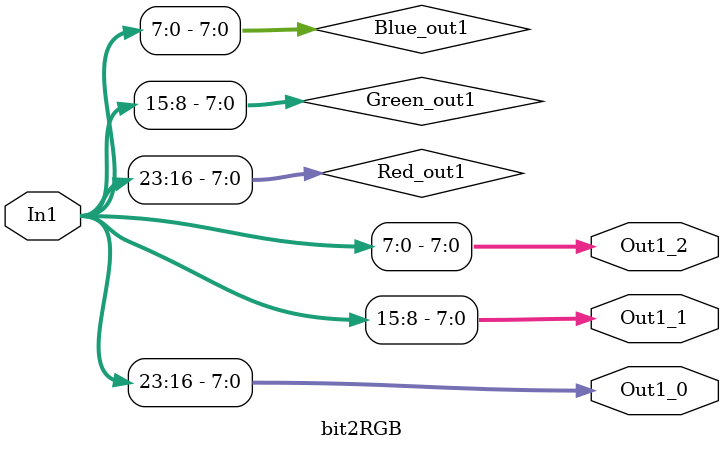
<source format=v>



`timescale 1 ns / 1 ns

module bit2RGB
          (In1,
           Out1_0,
           Out1_1,
           Out1_2);


  input   [23:0] In1;  // ufix24
  output  [7:0] Out1_0;  // uint8
  output  [7:0] Out1_1;  // uint8
  output  [7:0] Out1_2;  // uint8


  wire [7:0] Red_out1;  // uint8
  wire [7:0] Green_out1;  // uint8
  wire [7:0] Blue_out1;  // uint8


  assign Red_out1 = In1[23:16];



  assign Out1_0 = Red_out1;

  assign Green_out1 = In1[15:8];



  assign Out1_1 = Green_out1;

  assign Blue_out1 = In1[7:0];



  assign Out1_2 = Blue_out1;

endmodule  // bit2RGB


</source>
